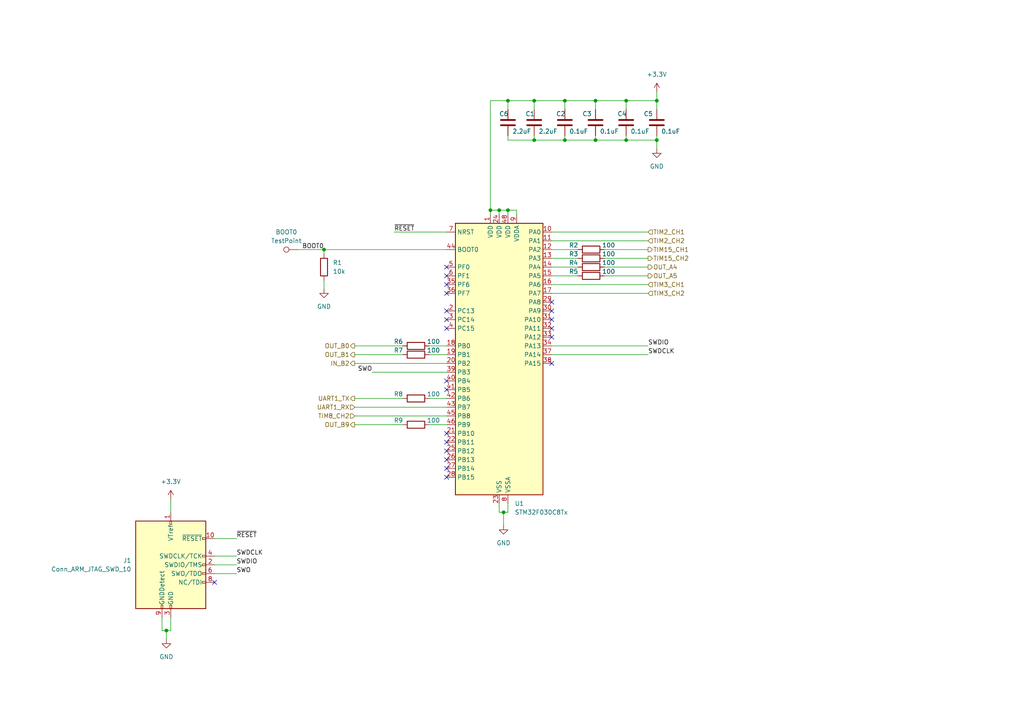
<source format=kicad_sch>
(kicad_sch (version 20230121) (generator eeschema)
  (paper "A4")
  (lib_symbols
    (symbol "Connector:Conn_ARM_JTAG_SWD_10" (pin_names (offset 1.016))
      (property "Reference" "J" (at -2.54 16.51 0))
      (property "Value" "Conn_ARM_JTAG_SWD_10" (at -2.54 13.97 0))
      (symbol "Conn_ARM_JTAG_SWD_10_0_1"
        (rectangle (start -10.16 12.7) (end 10.16 -12.7) (stroke (width 0.254)) (fill (type background)))
        (rectangle (start -2.794 -12.7) (end -2.286 -11.684))
        (rectangle (start -0.254 -12.7) (end 0.254 -11.684))
        (rectangle (start -0.254 12.7) (end 0.254 11.684))
        (rectangle (start 9.144 2.286) (end 10.16 2.794))
        (rectangle (start 10.16 -2.794) (end 9.144 -2.286))
        (rectangle (start 10.16 -0.254) (end 9.144 0.254))
        (rectangle (start 10.16 7.874) (end 9.144 7.366))
      )
      (symbol "Conn_ARM_JTAG_SWD_10_1_1"
        (rectangle (start 9.144 -5.334) (end 10.16 -4.826))
        (pin power_in line (at 0 15.24 270) (length 2.54) (name "VTref") (number "1"))
        (pin open_collector line (at 12.7 7.62 180) (length 2.54) (name "~{RESET}") (number "10"))
        (pin bidirectional line (at 12.7 0 180) (length 2.54) (name "SWDIO/TMS") (number "2"))
        (pin power_in line (at 0 -15.24 90) (length 2.54) (name "GND") (number "3"))
        (pin output line (at 12.7 2.54 180) (length 2.54) (name "SWDCLK/TCK") (number "4"))
        (pin passive line (at 0 -15.24 90) (length 2.54) hide (name "GND") (number "5"))
        (pin input line (at 12.7 -2.54 180) (length 2.54) (name "SWO/TDO") (number "6"))
        (pin no_connect line (at -10.16 0 0) (length 2.54) hide (name "KEY") (number "7"))
        (pin output line (at 12.7 -5.08 180) (length 2.54) (name "NC/TDI") (number "8"))
        (pin passive line (at -2.54 -15.24 90) (length 2.54) (name "GNDDetect") (number "9"))
      )
    )
    (symbol "Connector:TestPoint" (pin_numbers hide) (pin_names (offset 0.762) hide)
      (property "Reference" "TP" (at 0 6.858 0))
      (property "Value" "TestPoint" (at 0 5.08 0))
      (symbol "TestPoint_0_1"
        (circle (center 0 3.302) (radius 0.762))
      )
      (symbol "TestPoint_1_1"
        (pin passive line (at 0 0 90) (length 2.54) (name "1") (number "1"))
      )
    )
    (symbol "Device:C" (pin_numbers hide) (pin_names (offset 0.254))
      (property "Reference" "C" (at 0.635 2.54 0))
      (property "Value" "C" (at 0.635 -2.54 0))
      (symbol "C_0_1"
        (polyline (pts (xy -2.032 -0.762) (xy 2.032 -0.762)) (stroke (width 0.508)))
        (polyline (pts (xy -2.032 0.762) (xy 2.032 0.762)) (stroke (width 0.508)))
      )
      (symbol "C_1_1"
        (pin passive line (at 0 3.81 270) (length 2.794) (name "~") (number "1"))
        (pin passive line (at 0 -3.81 90) (length 2.794) (name "~") (number "2"))
      )
    )
    (symbol "Device:R" (pin_numbers hide) (pin_names (offset 0))
      (property "Reference" "R" (at 2.032 0 90))
      (property "Value" "R" (at 0 0 90))
      (symbol "R_0_1"
        (rectangle (start -1.016 -2.54) (end 1.016 2.54) (stroke (width 0.254)))
      )
      (symbol "R_1_1"
        (pin passive line (at 0 3.81 270) (length 1.27) (name "~") (number "1"))
        (pin passive line (at 0 -3.81 90) (length 1.27) (name "~") (number "2"))
      )
    )
    (symbol "MCU_ST_STM32F0:STM32F030C8Tx"
      (property "Reference" "U" (at -12.7 41.91 0))
      (property "Value" "STM32F030C8Tx" (at 7.62 41.91 0))
      (symbol "STM32F030C8Tx_0_1"
        (rectangle (start -12.7 -38.1) (end 12.7 40.64) (stroke (width 0.254)) (fill (type background)))
      )
      (symbol "STM32F030C8Tx_1_1"
        (pin power_in line (at -2.54 43.18 270) (length 2.54) (name "VDD") (number "1"))
        (pin bidirectional line (at 15.24 38.1 180) (length 2.54) (name "PA0") (number "10"))
        (pin bidirectional line (at 15.24 35.56 180) (length 2.54) (name "PA1") (number "11"))
        (pin bidirectional line (at 15.24 33.02 180) (length 2.54) (name "PA2") (number "12"))
        (pin bidirectional line (at 15.24 30.48 180) (length 2.54) (name "PA3") (number "13"))
        (pin bidirectional line (at 15.24 27.94 180) (length 2.54) (name "PA4") (number "14"))
        (pin bidirectional line (at 15.24 25.4 180) (length 2.54) (name "PA5") (number "15"))
        (pin bidirectional line (at 15.24 22.86 180) (length 2.54) (name "PA6") (number "16"))
        (pin bidirectional line (at 15.24 20.32 180) (length 2.54) (name "PA7") (number "17"))
        (pin bidirectional line (at -15.24 5.08 0) (length 2.54) (name "PB0") (number "18"))
        (pin bidirectional line (at -15.24 2.54 0) (length 2.54) (name "PB1") (number "19"))
        (pin bidirectional line (at -15.24 15.24 0) (length 2.54) (name "PC13") (number "2"))
        (pin bidirectional line (at -15.24 0 0) (length 2.54) (name "PB2") (number "20"))
        (pin bidirectional line (at -15.24 -20.32 0) (length 2.54) (name "PB10") (number "21"))
        (pin bidirectional line (at -15.24 -22.86 0) (length 2.54) (name "PB11") (number "22"))
        (pin power_in line (at 0 -40.64 90) (length 2.54) (name "VSS") (number "23"))
        (pin power_in line (at 0 43.18 270) (length 2.54) (name "VDD") (number "24"))
        (pin bidirectional line (at -15.24 -25.4 0) (length 2.54) (name "PB12") (number "25"))
        (pin bidirectional line (at -15.24 -27.94 0) (length 2.54) (name "PB13") (number "26"))
        (pin bidirectional line (at -15.24 -30.48 0) (length 2.54) (name "PB14") (number "27"))
        (pin bidirectional line (at -15.24 -33.02 0) (length 2.54) (name "PB15") (number "28"))
        (pin bidirectional line (at 15.24 17.78 180) (length 2.54) (name "PA8") (number "29"))
        (pin bidirectional line (at -15.24 12.7 0) (length 2.54) (name "PC14") (number "3"))
        (pin bidirectional line (at 15.24 15.24 180) (length 2.54) (name "PA9") (number "30"))
        (pin bidirectional line (at 15.24 12.7 180) (length 2.54) (name "PA10") (number "31"))
        (pin bidirectional line (at 15.24 10.16 180) (length 2.54) (name "PA11") (number "32"))
        (pin bidirectional line (at 15.24 7.62 180) (length 2.54) (name "PA12") (number "33"))
        (pin bidirectional line (at 15.24 5.08 180) (length 2.54) (name "PA13") (number "34"))
        (pin bidirectional line (at -15.24 22.86 0) (length 2.54) (name "PF6") (number "35"))
        (pin bidirectional line (at -15.24 20.32 0) (length 2.54) (name "PF7") (number "36"))
        (pin bidirectional line (at 15.24 2.54 180) (length 2.54) (name "PA14") (number "37"))
        (pin bidirectional line (at 15.24 0 180) (length 2.54) (name "PA15") (number "38"))
        (pin bidirectional line (at -15.24 -2.54 0) (length 2.54) (name "PB3") (number "39"))
        (pin bidirectional line (at -15.24 10.16 0) (length 2.54) (name "PC15") (number "4"))
        (pin bidirectional line (at -15.24 -5.08 0) (length 2.54) (name "PB4") (number "40"))
        (pin bidirectional line (at -15.24 -7.62 0) (length 2.54) (name "PB5") (number "41"))
        (pin bidirectional line (at -15.24 -10.16 0) (length 2.54) (name "PB6") (number "42"))
        (pin bidirectional line (at -15.24 -12.7 0) (length 2.54) (name "PB7") (number "43"))
        (pin input line (at -15.24 33.02 0) (length 2.54) (name "BOOT0") (number "44"))
        (pin bidirectional line (at -15.24 -15.24 0) (length 2.54) (name "PB8") (number "45"))
        (pin bidirectional line (at -15.24 -17.78 0) (length 2.54) (name "PB9") (number "46"))
        (pin passive line (at 0 -40.64 90) (length 2.54) hide (name "VSS") (number "47"))
        (pin power_in line (at 2.54 43.18 270) (length 2.54) (name "VDD") (number "48"))
        (pin bidirectional line (at -15.24 27.94 0) (length 2.54) (name "PF0") (number "5"))
        (pin bidirectional line (at -15.24 25.4 0) (length 2.54) (name "PF1") (number "6"))
        (pin input line (at -15.24 38.1 0) (length 2.54) (name "NRST") (number "7"))
        (pin power_in line (at 2.54 -40.64 90) (length 2.54) (name "VSSA") (number "8"))
        (pin power_in line (at 5.08 43.18 270) (length 2.54) (name "VDDA") (number "9"))
      )
    )
    (symbol "power:+3.3V" (power) (pin_names (offset 0))
      (property "Value" "+3.3V" (at 0 3.556 0))
      (symbol "+3.3V_0_1"
        (polyline (pts (xy -0.762 1.27) (xy 0 2.54)))
        (polyline (pts (xy 0 0) (xy 0 2.54)))
        (polyline (pts (xy 0 2.54) (xy 0.762 1.27)))
      )
      (symbol "+3.3V_1_1"
        (pin power_in line (at 0 0 90) (length 0) hide (name "+3.3V") (number "1"))
      )
    )
    (symbol "power:GND" (power) (pin_names (offset 0))
      (property "Value" "GND" (at 0 -3.81 0))
      (symbol "GND_0_1"
        (polyline (pts (xy 0 0) (xy 0 -1.27) (xy 1.27 -1.27) (xy 0 -2.54) (xy -1.27 -1.27) (xy 0 -1.27)))
      )
      (symbol "GND_1_1"
        (pin power_in line (at 0 0 270) (length 0) hide (name "GND") (number "1"))
      )
    )
  )
  (junction (at 190.5 29.21))
  (junction (at 181.61 29.21))
  (junction (at 146.05 148.59))
  (junction (at 147.32 60.96))
  (junction (at 163.83 29.21))
  (junction (at 154.94 29.21))
  (junction (at 48.26 182.88))
  (junction (at 144.78 60.96))
  (junction (at 172.72 40.64))
  (junction (at 147.32 29.21))
  (junction (at 163.83 40.64))
  (junction (at 190.5 40.64))
  (junction (at 154.94 40.64))
  (junction (at 172.72 29.21))
  (junction (at 142.24 60.96))
  (junction (at 181.61 40.64))
  (junction (at 93.98 72.39))
  (no_connect (at 129.54 95.25))
  (no_connect (at 160.02 87.63))
  (no_connect (at 129.54 130.81))
  (no_connect (at 129.54 128.27))
  (no_connect (at 160.02 105.41))
  (no_connect (at 129.54 80.01))
  (no_connect (at 129.54 82.55))
  (no_connect (at 129.54 135.89))
  (no_connect (at 129.54 110.49))
  (no_connect (at 160.02 95.25))
  (no_connect (at 129.54 77.47))
  (no_connect (at 160.02 92.71))
  (no_connect (at 129.54 90.17))
  (no_connect (at 160.02 90.17))
  (no_connect (at 129.54 92.71))
  (no_connect (at 129.54 85.09))
  (no_connect (at 129.54 133.35))
  (no_connect (at 160.02 97.79))
  (no_connect (at 129.54 113.03))
  (no_connect (at 129.54 125.73))
  (no_connect (at 62.23 168.91))
  (no_connect (at 129.54 138.43))
  (wire (pts (xy 146.05 148.59) (xy 146.05 152.4)))
  (wire (pts (xy 142.24 62.23) (xy 142.24 60.96)))
  (wire (pts (xy 49.53 144.78) (xy 49.53 148.59)))
  (wire (pts (xy 160.02 82.55) (xy 187.96 82.55)))
  (wire (pts (xy 93.98 72.39) (xy 93.98 73.66)))
  (wire (pts (xy 160.02 85.09) (xy 187.96 85.09)))
  (wire (pts (xy 175.26 77.47) (xy 187.96 77.47)))
  (wire (pts (xy 142.24 60.96) (xy 144.78 60.96)))
  (wire (pts (xy 147.32 40.64) (xy 154.94 40.64)))
  (wire (pts (xy 160.02 67.31) (xy 187.96 67.31)))
  (wire (pts (xy 154.94 39.37) (xy 154.94 40.64)))
  (wire (pts (xy 154.94 29.21) (xy 163.83 29.21)))
  (wire (pts (xy 181.61 39.37) (xy 181.61 40.64)))
  (wire (pts (xy 190.5 31.75) (xy 190.5 29.21)))
  (wire (pts (xy 102.87 105.41) (xy 129.54 105.41)))
  (wire (pts (xy 93.98 81.28) (xy 93.98 83.82)))
  (wire (pts (xy 142.24 60.96) (xy 142.24 29.21)))
  (wire (pts (xy 190.5 39.37) (xy 190.5 40.64)))
  (wire (pts (xy 160.02 74.93) (xy 167.64 74.93)))
  (wire (pts (xy 124.46 100.33) (xy 129.54 100.33)))
  (wire (pts (xy 102.87 100.33) (xy 116.84 100.33)))
  (wire (pts (xy 149.86 60.96) (xy 147.32 60.96)))
  (wire (pts (xy 163.83 29.21) (xy 172.72 29.21)))
  (wire (pts (xy 175.26 74.93) (xy 187.96 74.93)))
  (wire (pts (xy 160.02 80.01) (xy 167.64 80.01)))
  (wire (pts (xy 144.78 148.59) (xy 146.05 148.59)))
  (wire (pts (xy 160.02 72.39) (xy 167.64 72.39)))
  (wire (pts (xy 190.5 40.64) (xy 190.5 43.18)))
  (wire (pts (xy 190.5 29.21) (xy 181.61 29.21)))
  (wire (pts (xy 93.98 72.39) (xy 129.54 72.39)))
  (wire (pts (xy 62.23 166.37) (xy 68.58 166.37)))
  (wire (pts (xy 142.24 29.21) (xy 147.32 29.21)))
  (wire (pts (xy 86.36 72.39) (xy 93.98 72.39)))
  (wire (pts (xy 163.83 31.75) (xy 163.83 29.21)))
  (wire (pts (xy 163.83 40.64) (xy 172.72 40.64)))
  (wire (pts (xy 160.02 77.47) (xy 167.64 77.47)))
  (wire (pts (xy 102.87 123.19) (xy 116.84 123.19)))
  (wire (pts (xy 102.87 118.11) (xy 129.54 118.11)))
  (wire (pts (xy 147.32 39.37) (xy 147.32 40.64)))
  (wire (pts (xy 62.23 161.29) (xy 68.58 161.29)))
  (wire (pts (xy 46.99 179.07) (xy 46.99 182.88)))
  (wire (pts (xy 154.94 40.64) (xy 163.83 40.64)))
  (wire (pts (xy 102.87 115.57) (xy 116.84 115.57)))
  (wire (pts (xy 102.87 102.87) (xy 116.84 102.87)))
  (wire (pts (xy 147.32 29.21) (xy 154.94 29.21)))
  (wire (pts (xy 48.26 182.88) (xy 48.26 185.42)))
  (wire (pts (xy 46.99 182.88) (xy 48.26 182.88)))
  (wire (pts (xy 190.5 40.64) (xy 181.61 40.64)))
  (wire (pts (xy 160.02 100.33) (xy 187.96 100.33)))
  (wire (pts (xy 160.02 102.87) (xy 187.96 102.87)))
  (wire (pts (xy 172.72 29.21) (xy 172.72 31.75)))
  (wire (pts (xy 107.95 107.95) (xy 129.54 107.95)))
  (wire (pts (xy 154.94 31.75) (xy 154.94 29.21)))
  (wire (pts (xy 124.46 115.57) (xy 129.54 115.57)))
  (wire (pts (xy 102.87 120.65) (xy 129.54 120.65)))
  (wire (pts (xy 144.78 60.96) (xy 144.78 62.23)))
  (wire (pts (xy 124.46 102.87) (xy 129.54 102.87)))
  (wire (pts (xy 147.32 148.59) (xy 146.05 148.59)))
  (wire (pts (xy 124.46 123.19) (xy 129.54 123.19)))
  (wire (pts (xy 49.53 179.07) (xy 49.53 182.88)))
  (wire (pts (xy 144.78 146.05) (xy 144.78 148.59)))
  (wire (pts (xy 149.86 62.23) (xy 149.86 60.96)))
  (wire (pts (xy 144.78 60.96) (xy 147.32 60.96)))
  (wire (pts (xy 172.72 39.37) (xy 172.72 40.64)))
  (wire (pts (xy 190.5 26.67) (xy 190.5 29.21)))
  (wire (pts (xy 163.83 39.37) (xy 163.83 40.64)))
  (wire (pts (xy 175.26 72.39) (xy 187.96 72.39)))
  (wire (pts (xy 114.3 67.31) (xy 129.54 67.31)))
  (wire (pts (xy 160.02 69.85) (xy 187.96 69.85)))
  (wire (pts (xy 175.26 80.01) (xy 187.96 80.01)))
  (wire (pts (xy 181.61 40.64) (xy 172.72 40.64)))
  (wire (pts (xy 62.23 163.83) (xy 68.58 163.83)))
  (wire (pts (xy 181.61 29.21) (xy 172.72 29.21)))
  (wire (pts (xy 181.61 31.75) (xy 181.61 29.21)))
  (wire (pts (xy 147.32 31.75) (xy 147.32 29.21)))
  (wire (pts (xy 147.32 146.05) (xy 147.32 148.59)))
  (wire (pts (xy 49.53 182.88) (xy 48.26 182.88)))
  (wire (pts (xy 147.32 62.23) (xy 147.32 60.96)))
  (wire (pts (xy 62.23 156.21) (xy 68.58 156.21)))
  (label "SWDCLK" (at 187.96 102.87 0))
  (label "SWDIO" (at 68.58 163.83 0))
  (label "SWDCLK" (at 68.58 161.29 0))
  (label "~{RESET}" (at 114.3 67.31 0))
  (label "SWO" (at 107.95 107.95 180))
  (label "SWO" (at 68.58 166.37 0))
  (label "SWDIO" (at 187.96 100.33 0))
  (label "BOOT0" (at 87.63 72.39 0))
  (label "~{RESET}" (at 68.58 156.21 0))
  (hierarchical_label "UART1_RX" (shape input) (at 102.87 118.11 180))
  (hierarchical_label "TIM3_CH1" (shape input) (at 187.96 82.55 0))
  (hierarchical_label "OUT_B9" (shape output) (at 102.87 123.19 180))
  (hierarchical_label "TIM2_CH2" (shape input) (at 187.96 69.85 0))
  (hierarchical_label "UART1_TX" (shape output) (at 102.87 115.57 180))
  (hierarchical_label "IN_B2" (shape output) (at 102.87 105.41 180))
  (hierarchical_label "TIM15_CH1" (shape output) (at 187.96 72.39 0))
  (hierarchical_label "TIM8_CH2" (shape input) (at 102.87 120.65 180))
  (hierarchical_label "TIM2_CH1" (shape input) (at 187.96 67.31 0))
  (hierarchical_label "OUT_A4" (shape output) (at 187.96 77.47 0))
  (hierarchical_label "OUT_B1" (shape output) (at 102.87 102.87 180))
  (hierarchical_label "OUT_A5" (shape output) (at 187.96 80.01 0))
  (hierarchical_label "OUT_B0" (shape output) (at 102.87 100.33 180))
  (hierarchical_label "TIM15_CH2" (shape output) (at 187.96 74.93 0))
  (hierarchical_label "TIM3_CH2" (shape input) (at 187.96 85.09 0))
  (symbol (lib_id "Device:R") (at 93.98 77.47 0) (unit 1)
    (property "Reference" "R1" (at 96.52 76.2 0) (effects (justify left)))
    (property "Value" "10k" (at 96.52 78.74 0) (effects (justify left)))
    (property "Footprint" "Resistor_SMD:R_0603_1608Metric" (effects hide))
  )
  (symbol (lib_id "Device:C") (at 147.32 35.56 0) (unit 1)
    (property "Reference" "C6" (at 144.78 33.02 0) (effects (justify left)))
    (property "Value" "2.2uF" (at 148.59 38.1 0) (effects (justify left)))
    (property "Footprint" "Capacitor_SMD:C_0603_1608Metric" (effects hide))
  )
  (symbol (lib_id "power:GND") (at 48.26 185.42 0) (unit 1)
    (property "Reference" "#PWR06" (effects hide))
    (property "Value" "GND" (at 48.26 190.5 0))
  )
  (symbol (lib_id "Device:C") (at 163.83 35.56 0) (unit 1)
    (property "Reference" "C2" (at 161.29 33.02 0) (effects (justify left)))
    (property "Value" "0.1uF" (at 165.1 38.1 0) (effects (justify left)))
    (property "Footprint" "Capacitor_SMD:C_0603_1608Metric" (effects hide))
  )
  (symbol (lib_id "Connector:TestPoint") (at 86.36 72.39 90) (unit 1)
    (property "Reference" "BOOT0" (at 83.058 67.31 90))
    (property "Value" "TestPoint" (at 83.058 69.85 90))
    (property "Footprint" "TestPoint:TestPoint_Pad_D1.5mm" (effects hide))
  )
  (symbol (lib_id "Device:R") (at 120.65 102.87 90) (unit 1)
    (property "Reference" "R7" (at 115.57 101.6 90))
    (property "Value" "100" (at 125.73 101.6 90))
    (property "Footprint" "Resistor_SMD:R_0603_1608Metric" (effects hide))
  )
  (symbol (lib_id "power:GND") (at 190.5 43.18 0) (unit 1)
    (property "Reference" "#PWR04" (effects hide))
    (property "Value" "GND" (at 190.5 48.26 0))
  )
  (symbol (lib_id "Connector:Conn_ARM_JTAG_SWD_10") (at 49.53 163.83 0) (unit 1)
    (property "Reference" "J1" (at 38.1 162.56 0) (effects (justify right)))
    (property "Value" "Conn_ARM_JTAG_SWD_10" (at 38.1 165.1 0) (effects (justify right)))
    (property "Footprint" "Connector_PinHeader_1.27mm:PinHeader_2x05_P1.27mm_Vertical" (effects hide))
    (property "Datasheet" "http://infocenter.arm.com/help/topic/com.arm.doc.ddi0314h/DDI0314H_coresight_components_trm.pdf" (effects hide))
  )
  (symbol (lib_id "Device:R") (at 171.45 80.01 90) (unit 1)
    (property "Reference" "R5" (at 166.37 78.74 90))
    (property "Value" "100" (at 176.53 78.74 90))
    (property "Footprint" "Resistor_SMD:R_0603_1608Metric" (effects hide))
  )
  (symbol (lib_id "Device:R") (at 120.65 100.33 90) (unit 1)
    (property "Reference" "R6" (at 115.57 99.06 90))
    (property "Value" "100" (at 125.73 99.06 90))
    (property "Footprint" "Resistor_SMD:R_0603_1608Metric" (effects hide))
  )
  (symbol (lib_id "Device:R") (at 120.65 115.57 90) (unit 1)
    (property "Reference" "R8" (at 115.57 114.3 90))
    (property "Value" "100" (at 125.73 114.3 90))
    (property "Footprint" "Resistor_SMD:R_0603_1608Metric" (effects hide))
  )
  (symbol (lib_id "Device:R") (at 171.45 72.39 90) (unit 1)
    (property "Reference" "R2" (at 166.37 71.12 90))
    (property "Value" "100" (at 176.53 71.12 90))
    (property "Footprint" "Resistor_SMD:R_0603_1608Metric" (effects hide))
  )
  (symbol (lib_id "MCU_ST_STM32F0:STM32F030C8Tx") (at 144.78 105.41 0) (unit 1)
    (property "Reference" "U1" (at 149.2759 146.05 0) (effects (justify left)))
    (property "Value" "STM32F030C8Tx" (at 149.2759 148.59 0) (effects (justify left)))
    (property "Footprint" "Package_QFP:LQFP-48_7x7mm_P0.5mm" (effects hide))
    (property "Datasheet" "https://www.st.com/resource/en/datasheet/stm32f030c8.pdf" (effects hide))
  )
  (symbol (lib_id "Device:R") (at 120.65 123.19 90) (unit 1)
    (property "Reference" "R9" (at 115.57 121.92 90))
    (property "Value" "100" (at 125.73 121.92 90))
    (property "Footprint" "Resistor_SMD:R_0603_1608Metric" (effects hide))
  )
  (symbol (lib_id "power:+3.3V") (at 190.5 26.67 0) (unit 1)
    (property "Reference" "#PWR03" (effects hide))
    (property "Value" "+3.3V" (at 190.5 21.59 0))
  )
  (symbol (lib_id "Device:R") (at 171.45 74.93 90) (unit 1)
    (property "Reference" "R3" (at 166.37 73.66 90))
    (property "Value" "100" (at 176.53 73.66 90))
    (property "Footprint" "Resistor_SMD:R_0603_1608Metric" (effects hide))
  )
  (symbol (lib_id "Device:C") (at 181.61 35.56 0) (unit 1)
    (property "Reference" "C4" (at 179.07 33.02 0) (effects (justify left)))
    (property "Value" "0.1uF" (at 182.88 38.1 0) (effects (justify left)))
    (property "Footprint" "Capacitor_SMD:C_0603_1608Metric" (effects hide))
  )
  (symbol (lib_id "Device:C") (at 190.5 35.56 0) (unit 1)
    (property "Reference" "C5" (at 186.69 33.02 0) (effects (justify left)))
    (property "Value" "0.1uF" (at 191.77 38.1 0) (effects (justify left)))
    (property "Footprint" "Capacitor_SMD:C_0603_1608Metric" (effects hide))
  )
  (symbol (lib_id "Device:C") (at 172.72 35.56 0) (unit 1)
    (property "Reference" "C3" (at 168.91 33.02 0) (effects (justify left)))
    (property "Value" "0.1uF" (at 173.99 38.1 0) (effects (justify left)))
    (property "Footprint" "Capacitor_SMD:C_0603_1608Metric" (effects hide))
  )
  (symbol (lib_id "power:GND") (at 93.98 83.82 0) (unit 1)
    (property "Reference" "#PWR07" (effects hide))
    (property "Value" "GND" (at 93.98 88.9 0))
  )
  (symbol (lib_id "power:+3.3V") (at 49.53 144.78 0) (unit 1)
    (property "Reference" "#PWR05" (effects hide))
    (property "Value" "+3.3V" (at 49.53 139.7 0))
  )
  (symbol (lib_id "Device:R") (at 171.45 77.47 90) (unit 1)
    (property "Reference" "R4" (at 166.37 76.2 90))
    (property "Value" "100" (at 176.53 76.2 90))
    (property "Footprint" "Resistor_SMD:R_0603_1608Metric" (effects hide))
  )
  (symbol (lib_id "power:GND") (at 146.05 152.4 0) (unit 1)
    (property "Reference" "#PWR02" (effects hide))
    (property "Value" "GND" (at 146.05 157.48 0))
  )
  (symbol (lib_id "Device:C") (at 154.94 35.56 0) (unit 1)
    (property "Reference" "C1" (at 152.4 33.02 0) (effects (justify left)))
    (property "Value" "2.2uF" (at 156.21 38.1 0) (effects (justify left)))
    (property "Footprint" "Capacitor_SMD:C_0603_1608Metric" (effects hide))
  )
)
</source>
